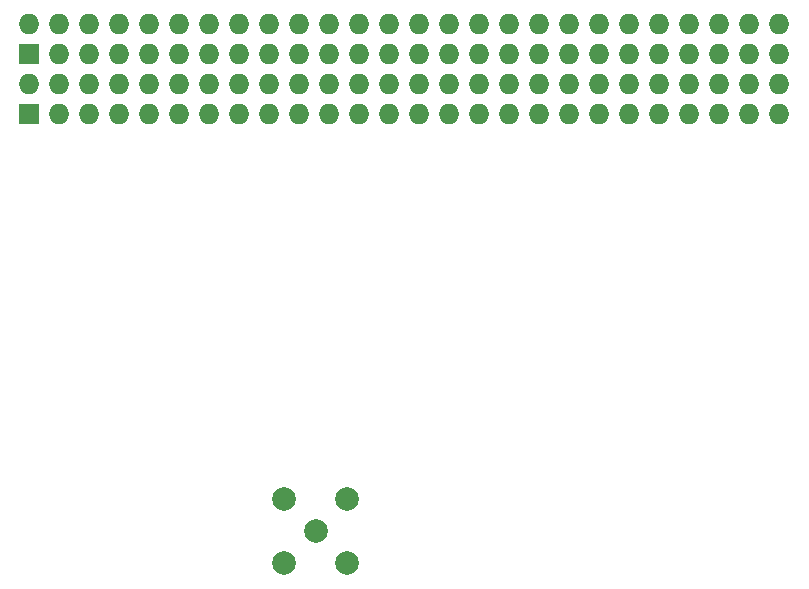
<source format=gbs>
G04 #@! TF.FileFunction,Soldermask,Bot*
%FSLAX46Y46*%
G04 Gerber Fmt 4.6, Leading zero omitted, Abs format (unit mm)*
G04 Created by KiCad (PCBNEW 4.0.4-stable) date 10/14/16 15:22:56*
%MOMM*%
%LPD*%
G01*
G04 APERTURE LIST*
%ADD10C,0.100000*%
%ADD11R,1.727200X1.727200*%
%ADD12O,1.727200X1.727200*%
%ADD13C,1.998980*%
G04 APERTURE END LIST*
D10*
D11*
X78650000Y-64990000D03*
D12*
X78650000Y-62450000D03*
X81190000Y-64990000D03*
X81190000Y-62450000D03*
X83730000Y-64990000D03*
X83730000Y-62450000D03*
X86270000Y-64990000D03*
X86270000Y-62450000D03*
X88810000Y-64990000D03*
X88810000Y-62450000D03*
X91350000Y-64990000D03*
X91350000Y-62450000D03*
X93890000Y-64990000D03*
X93890000Y-62450000D03*
X96430000Y-64990000D03*
X96430000Y-62450000D03*
X98970000Y-64990000D03*
X98970000Y-62450000D03*
X101510000Y-64990000D03*
X101510000Y-62450000D03*
X104050000Y-64990000D03*
X104050000Y-62450000D03*
X106590000Y-64990000D03*
X106590000Y-62450000D03*
X109130000Y-64990000D03*
X109130000Y-62450000D03*
X111670000Y-64990000D03*
X111670000Y-62450000D03*
X114210000Y-64990000D03*
X114210000Y-62450000D03*
X116750000Y-64990000D03*
X116750000Y-62450000D03*
X119290000Y-64990000D03*
X119290000Y-62450000D03*
X121830000Y-64990000D03*
X121830000Y-62450000D03*
X124370000Y-64990000D03*
X124370000Y-62450000D03*
X126910000Y-64990000D03*
X126910000Y-62450000D03*
X129450000Y-64990000D03*
X129450000Y-62450000D03*
X131990000Y-64990000D03*
X131990000Y-62450000D03*
X134530000Y-64990000D03*
X134530000Y-62450000D03*
X137070000Y-64990000D03*
X137070000Y-62450000D03*
X139610000Y-64990000D03*
X139610000Y-62450000D03*
X142150000Y-64990000D03*
X142150000Y-62450000D03*
D13*
X102870000Y-100330000D03*
X100169980Y-103030020D03*
X105570020Y-103030020D03*
X105570020Y-97629980D03*
X100169980Y-97629980D03*
D11*
X78650000Y-59910000D03*
D12*
X78650000Y-57370000D03*
X81190000Y-59910000D03*
X81190000Y-57370000D03*
X83730000Y-59910000D03*
X83730000Y-57370000D03*
X86270000Y-59910000D03*
X86270000Y-57370000D03*
X88810000Y-59910000D03*
X88810000Y-57370000D03*
X91350000Y-59910000D03*
X91350000Y-57370000D03*
X93890000Y-59910000D03*
X93890000Y-57370000D03*
X96430000Y-59910000D03*
X96430000Y-57370000D03*
X98970000Y-59910000D03*
X98970000Y-57370000D03*
X101510000Y-59910000D03*
X101510000Y-57370000D03*
X104050000Y-59910000D03*
X104050000Y-57370000D03*
X106590000Y-59910000D03*
X106590000Y-57370000D03*
X109130000Y-59910000D03*
X109130000Y-57370000D03*
X111670000Y-59910000D03*
X111670000Y-57370000D03*
X114210000Y-59910000D03*
X114210000Y-57370000D03*
X116750000Y-59910000D03*
X116750000Y-57370000D03*
X119290000Y-59910000D03*
X119290000Y-57370000D03*
X121830000Y-59910000D03*
X121830000Y-57370000D03*
X124370000Y-59910000D03*
X124370000Y-57370000D03*
X126910000Y-59910000D03*
X126910000Y-57370000D03*
X129450000Y-59910000D03*
X129450000Y-57370000D03*
X131990000Y-59910000D03*
X131990000Y-57370000D03*
X134530000Y-59910000D03*
X134530000Y-57370000D03*
X137070000Y-59910000D03*
X137070000Y-57370000D03*
X139610000Y-59910000D03*
X139610000Y-57370000D03*
X142150000Y-59910000D03*
X142150000Y-57370000D03*
M02*

</source>
